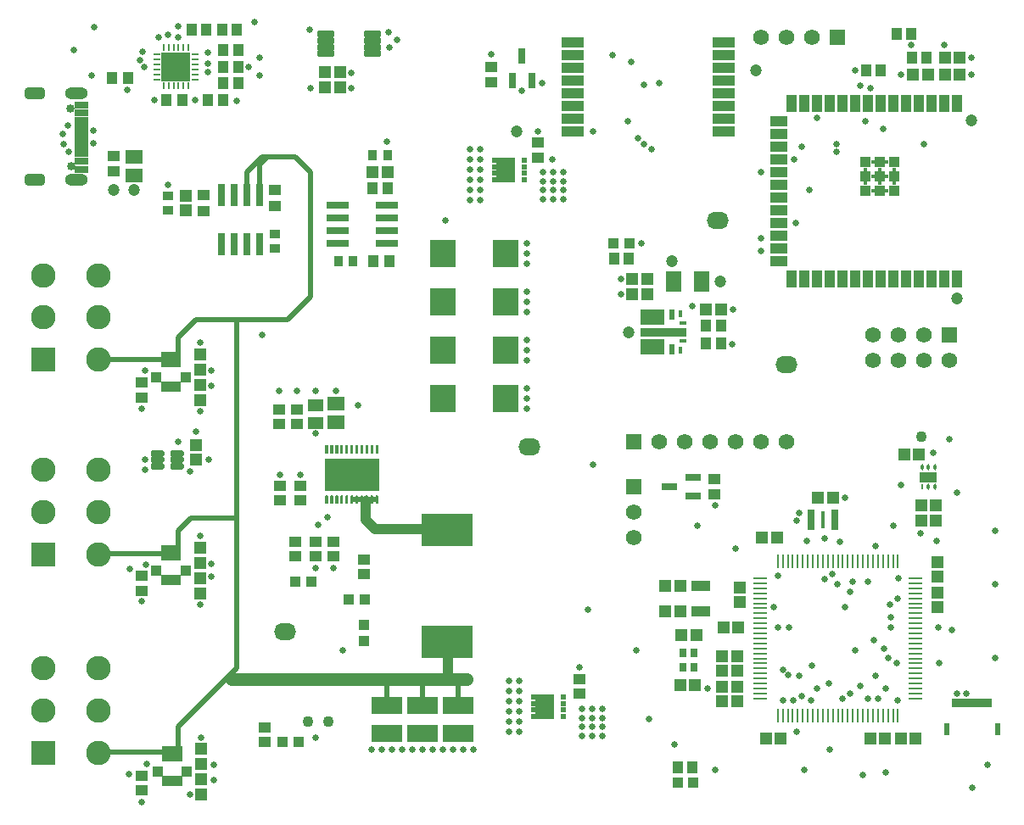
<source format=gbr>
%TF.GenerationSoftware,Altium Limited,Altium Designer,24.4.1 (13)*%
G04 Layer_Color=8388736*
%FSLAX45Y45*%
%MOMM*%
%TF.SameCoordinates,7BA59CB3-8EBC-4C6A-B4C6-80429C3BB8AE*%
%TF.FilePolarity,Negative*%
%TF.FileFunction,Soldermask,Top*%
%TF.Part,Single*%
G01*
G75*
%TA.AperFunction,SMDPad,CuDef*%
G04:AMPARAMS|DCode=16|XSize=0.60607mm|YSize=0.29247mm|CornerRadius=0.14624mm|HoleSize=0mm|Usage=FLASHONLY|Rotation=90.000|XOffset=0mm|YOffset=0mm|HoleType=Round|Shape=RoundedRectangle|*
%AMROUNDEDRECTD16*
21,1,0.60607,0.00000,0,0,90.0*
21,1,0.31360,0.29247,0,0,90.0*
1,1,0.29247,0.00000,0.15680*
1,1,0.29247,0.00000,-0.15680*
1,1,0.29247,0.00000,-0.15680*
1,1,0.29247,0.00000,0.15680*
%
%ADD16ROUNDEDRECTD16*%
%ADD17R,0.29247X0.60607*%
%ADD18R,1.70000X1.00000*%
%ADD21R,0.40000X0.80000*%
%ADD22R,2.35000X1.60000*%
%ADD23R,0.50000X1.10000*%
%ADD24R,4.60000X0.96000*%
%ADD25R,0.80000X0.40000*%
%ADD29R,2.85000X2.85000*%
%ADD30R,0.68107X0.23928*%
G04:AMPARAMS|DCode=31|XSize=0.68107mm|YSize=0.23928mm|CornerRadius=0.11964mm|HoleSize=0mm|Usage=FLASHONLY|Rotation=180.000|XOffset=0mm|YOffset=0mm|HoleType=Round|Shape=RoundedRectangle|*
%AMROUNDEDRECTD31*
21,1,0.68107,0.00000,0,0,180.0*
21,1,0.44178,0.23928,0,0,180.0*
1,1,0.23928,-0.22089,0.00000*
1,1,0.23928,0.22089,0.00000*
1,1,0.23928,0.22089,0.00000*
1,1,0.23928,-0.22089,0.00000*
%
%ADD31ROUNDEDRECTD31*%
G04:AMPARAMS|DCode=32|XSize=0.23928mm|YSize=0.68107mm|CornerRadius=0.11964mm|HoleSize=0mm|Usage=FLASHONLY|Rotation=180.000|XOffset=0mm|YOffset=0mm|HoleType=Round|Shape=RoundedRectangle|*
%AMROUNDEDRECTD32*
21,1,0.23928,0.44178,0,0,180.0*
21,1,0.00000,0.68107,0,0,180.0*
1,1,0.23928,0.00000,0.22089*
1,1,0.23928,0.00000,0.22089*
1,1,0.23928,0.00000,-0.22089*
1,1,0.23928,0.00000,-0.22089*
%
%ADD32ROUNDEDRECTD32*%
%ADD36R,0.63000X0.50000*%
%ADD37C,1.69552*%
%TA.AperFunction,BGAPad,CuDef*%
%ADD42C,0.25200*%
%TA.AperFunction,SMDPad,CuDef*%
%ADD43R,5.48000X3.24000*%
%ADD44R,1.46200X0.27940*%
%ADD45R,0.27940X1.46200*%
%ADD46R,1.90000X1.10000*%
%ADD48R,0.80000X0.90000*%
%TA.AperFunction,ComponentPad*%
%ADD85C,0.40000*%
%TA.AperFunction,ViaPad*%
%ADD92C,0.60000*%
%TA.AperFunction,NonConductor*%
%ADD104C,1.00000*%
%ADD105C,0.50000*%
%ADD106C,1.30000*%
%TA.AperFunction,SMDPad,CuDef*%
%ADD107R,1.35320X0.50320*%
%ADD108R,1.35320X0.80320*%
%TA.AperFunction,ConnectorPad*%
%ADD109R,1.10320X1.70320*%
%TA.AperFunction,SMDPad,CuDef*%
%ADD110R,0.50320X0.90320*%
%ADD111R,0.50320X1.20320*%
%ADD112R,1.00320X1.00320*%
%ADD113R,1.00320X1.20320*%
%ADD114R,1.20320X1.00320*%
%ADD115R,1.25320X1.20320*%
%ADD116R,2.50320X2.72320*%
%ADD117R,2.20320X1.00320*%
%ADD118R,0.40320X1.80320*%
%ADD119R,0.74320X0.55320*%
%TA.AperFunction,ConnectorPad*%
G04:AMPARAMS|DCode=120|XSize=0.6532mm|YSize=1.7532mm|CornerRadius=0.1511mm|HoleSize=0mm|Usage=FLASHONLY|Rotation=270.000|XOffset=0mm|YOffset=0mm|HoleType=Round|Shape=RoundedRectangle|*
%AMROUNDEDRECTD120*
21,1,0.65320,1.45100,0,0,270.0*
21,1,0.35100,1.75320,0,0,270.0*
1,1,0.30220,-0.72550,-0.17550*
1,1,0.30220,-0.72550,0.17550*
1,1,0.30220,0.72550,0.17550*
1,1,0.30220,0.72550,-0.17550*
%
%ADD120ROUNDEDRECTD120*%
%TA.AperFunction,SMDPad,CuDef*%
%ADD121R,1.09320X1.13320*%
%ADD122R,1.58320X1.30320*%
%ADD123R,1.65320X1.35320*%
%ADD124R,1.13320X1.09320*%
%ADD125R,1.20320X1.25320*%
%ADD126R,3.01320X1.65320*%
%ADD127R,5.20320X3.30320*%
%ADD128R,0.80320X1.55320*%
%ADD129R,1.55320X0.80320*%
%TA.AperFunction,ConnectorPad*%
%ADD130R,1.70320X1.10320*%
%TA.AperFunction,BGAPad,CuDef*%
%ADD131R,1.10320X1.10320*%
%TA.AperFunction,SMDPad,CuDef*%
%ADD132R,1.50320X2.00320*%
%ADD133R,0.85320X1.10320*%
%ADD134R,1.24320X1.22320*%
%ADD135R,1.12320X1.18320*%
%ADD136R,1.10320X0.85320*%
%ADD137R,1.18320X1.12320*%
%ADD138R,0.71120X2.18440*%
%ADD139R,1.22320X1.24320*%
%ADD140R,2.18440X0.71120*%
G04:AMPARAMS|DCode=141|XSize=1.3932mm|YSize=0.6032mm|CornerRadius=0.1516mm|HoleSize=0mm|Usage=FLASHONLY|Rotation=180.000|XOffset=0mm|YOffset=0mm|HoleType=Round|Shape=RoundedRectangle|*
%AMROUNDEDRECTD141*
21,1,1.39320,0.30000,0,0,180.0*
21,1,1.09000,0.60320,0,0,180.0*
1,1,0.30320,-0.54500,0.15000*
1,1,0.30320,0.54500,0.15000*
1,1,0.30320,0.54500,-0.15000*
1,1,0.30320,-0.54500,-0.15000*
%
%ADD141ROUNDEDRECTD141*%
%ADD142R,0.50320X1.05320*%
%ADD143R,1.05320X0.50320*%
%TA.AperFunction,Conductor*%
%ADD144R,1.00320X1.50320*%
%ADD145R,1.00320X1.50320*%
%TA.AperFunction,ComponentPad*%
%ADD146C,0.85320*%
%ADD147O,2.30320X1.20320*%
G04:AMPARAMS|DCode=148|XSize=2.0032mm|YSize=1.2032mm|CornerRadius=0.3516mm|HoleSize=0mm|Usage=FLASHONLY|Rotation=0.000|XOffset=0mm|YOffset=0mm|HoleType=Round|Shape=RoundedRectangle|*
%AMROUNDEDRECTD148*
21,1,2.00320,0.50000,0,0,0.0*
21,1,1.30000,1.20320,0,0,0.0*
1,1,0.70320,0.65000,-0.25000*
1,1,0.70320,-0.65000,-0.25000*
1,1,0.70320,-0.65000,0.25000*
1,1,0.70320,0.65000,0.25000*
%
%ADD148ROUNDEDRECTD148*%
%ADD149R,1.57320X1.57320*%
%ADD150C,1.57320*%
%TA.AperFunction,ViaPad*%
%ADD151O,2.20320X1.72720*%
%TA.AperFunction,ComponentPad*%
%ADD152R,1.57320X1.57320*%
%ADD153R,2.45240X2.45240*%
%ADD154C,2.45240*%
%TA.AperFunction,ViaPad*%
%ADD155C,0.65320*%
%ADD156C,1.20320*%
%ADD157C,1.10320*%
G36*
X5728530Y5996968D02*
X5732468Y5993030D01*
X5734600Y5987885D01*
Y5985100D01*
Y5914100D01*
X5706600D01*
Y5985100D01*
Y5987885D01*
X5708731Y5993030D01*
X5712670Y5996968D01*
X5717815Y5999100D01*
X5723385D01*
X5728530Y5996968D01*
D02*
G37*
G36*
X5778530D02*
X5782468Y5993030D01*
X5784600Y5987885D01*
Y5985100D01*
X5784600D01*
Y5914100D01*
X5756600D01*
Y5985100D01*
Y5987885D01*
X5758731Y5993030D01*
X5762669Y5996968D01*
X5767815Y5999100D01*
X5773384D01*
X5778530Y5996968D01*
D02*
G37*
G36*
X5828530D02*
X5832468Y5993030D01*
X5834600Y5987885D01*
Y5985100D01*
Y5914100D01*
X5806600D01*
Y5985100D01*
Y5987885D01*
X5808731Y5993030D01*
X5812670Y5996968D01*
X5817815Y5999100D01*
X5823385D01*
X5828530Y5996968D01*
D02*
G37*
G36*
X5878530D02*
X5882468Y5993030D01*
X5884600Y5987885D01*
Y5985100D01*
Y5914100D01*
X5856600D01*
Y5985100D01*
Y5987885D01*
X5858731Y5993030D01*
X5862670Y5996968D01*
X5867815Y5999100D01*
X5873384D01*
X5878530Y5996968D01*
D02*
G37*
G36*
X5928530D02*
X5932468Y5993030D01*
X5934600Y5987885D01*
Y5985100D01*
Y5914100D01*
X5906600D01*
X5906600Y5985100D01*
Y5987885D01*
X5908731Y5993030D01*
X5912670Y5996968D01*
X5917815Y5999100D01*
X5923385D01*
X5928530Y5996968D01*
D02*
G37*
G36*
X5978530D02*
X5982468Y5993030D01*
X5984600Y5987885D01*
Y5985100D01*
Y5914100D01*
X5956600D01*
Y5985100D01*
Y5987885D01*
X5958731Y5993030D01*
X5962670Y5996968D01*
X5967815Y5999100D01*
X5973385D01*
X5978530Y5996968D01*
D02*
G37*
G36*
X6228530D02*
X6232468Y5993030D01*
X6234600Y5987885D01*
Y5985100D01*
Y5914100D01*
X6206600D01*
Y5985100D01*
Y5987885D01*
X6208731Y5993030D01*
X6212670Y5996968D01*
X6217815Y5999100D01*
X6223385D01*
X6228530Y5996968D01*
D02*
G37*
G36*
X6178530D02*
X6182468Y5993030D01*
X6184600Y5987885D01*
Y5985100D01*
Y5914100D01*
X6156600D01*
X6156600Y5985100D01*
Y5987885D01*
X6158731Y5993030D01*
X6162670Y5996968D01*
X6167815Y5999100D01*
X6173385D01*
X6178530Y5996968D01*
D02*
G37*
G36*
X6128530D02*
X6132468Y5993030D01*
X6134600Y5987885D01*
Y5985100D01*
Y5914100D01*
X6106600D01*
Y5985100D01*
Y5987885D01*
X6108731Y5993030D01*
X6112670Y5996968D01*
X6117815Y5999100D01*
X6123385D01*
X6128530Y5996968D01*
D02*
G37*
G36*
X6078530D02*
X6082468Y5993030D01*
X6084600Y5987885D01*
Y5985100D01*
Y5914100D01*
X6056600D01*
Y5985100D01*
Y5987885D01*
X6058731Y5993030D01*
X6062670Y5996968D01*
X6067815Y5999100D01*
X6073385D01*
X6078530Y5996968D01*
D02*
G37*
G36*
X6028530D02*
X6032468Y5993030D01*
X6034600Y5987885D01*
Y5985100D01*
X6034600D01*
Y5914100D01*
X6006600D01*
Y5985100D01*
Y5987885D01*
X6008731Y5993030D01*
X6012669Y5996968D01*
X6017815Y5999100D01*
X6023384D01*
X6028530Y5996968D01*
D02*
G37*
G36*
X7991773Y3763347D02*
X7760773D01*
Y3813347D01*
X7801773D01*
Y3828347D01*
X7760773D01*
Y3878347D01*
X7801773D01*
Y3893347D01*
X7760773D01*
Y3943347D01*
X7801773D01*
Y3958347D01*
X7760773D01*
Y4008347D01*
X7991773D01*
Y3763347D01*
D02*
G37*
G36*
X7603153Y9122747D02*
X7372153D01*
Y9172747D01*
X7413153D01*
Y9187747D01*
X7372153D01*
Y9237747D01*
X7413153D01*
Y9252747D01*
X7372153D01*
Y9302747D01*
X7413153D01*
Y9317747D01*
X7372153D01*
Y9367747D01*
X7603153D01*
Y9122747D01*
D02*
G37*
G36*
X6234600Y6423100D02*
Y6420315D01*
X6232468Y6415170D01*
X6228530Y6411232D01*
X6223385Y6409100D01*
X6217815D01*
X6212670Y6411232D01*
X6208731Y6415170D01*
X6206600Y6420315D01*
Y6423100D01*
Y6494100D01*
X6234600D01*
Y6423100D01*
D02*
G37*
G36*
X6184600D02*
Y6420315D01*
X6182468Y6415170D01*
X6178530Y6411232D01*
X6173385Y6409100D01*
X6167815D01*
X6162670Y6411232D01*
X6158731Y6415170D01*
X6156600Y6420315D01*
Y6423100D01*
X6156600D01*
Y6494100D01*
X6184600D01*
Y6423100D01*
D02*
G37*
G36*
X6134600D02*
Y6420315D01*
X6132468Y6415170D01*
X6128530Y6411232D01*
X6123385Y6409100D01*
X6117815D01*
X6112670Y6411232D01*
X6108731Y6415170D01*
X6106600Y6420315D01*
Y6423100D01*
Y6494100D01*
X6134600D01*
Y6423100D01*
D02*
G37*
G36*
X6084600D02*
Y6420315D01*
X6082468Y6415170D01*
X6078530Y6411232D01*
X6073385Y6409100D01*
X6067815D01*
X6062670Y6411232D01*
X6058731Y6415170D01*
X6056600Y6420315D01*
Y6423100D01*
Y6494100D01*
X6084600D01*
Y6423100D01*
D02*
G37*
G36*
X6034600D02*
Y6420315D01*
X6032468Y6415170D01*
X6028530Y6411232D01*
X6023384Y6409100D01*
X6017815D01*
X6012669Y6411232D01*
X6008731Y6415170D01*
X6006600Y6420315D01*
Y6423100D01*
Y6494100D01*
X6034600D01*
X6034600Y6423100D01*
D02*
G37*
G36*
X5984600D02*
Y6420315D01*
X5982468Y6415170D01*
X5978530Y6411232D01*
X5973385Y6409100D01*
X5967815D01*
X5962670Y6411232D01*
X5958731Y6415170D01*
X5956600Y6420315D01*
Y6423100D01*
Y6494100D01*
X5984600D01*
Y6423100D01*
D02*
G37*
G36*
X5934600D02*
Y6420315D01*
X5932468Y6415170D01*
X5928530Y6411232D01*
X5923385Y6409100D01*
X5917815D01*
X5912670Y6411232D01*
X5908731Y6415170D01*
X5906600Y6420315D01*
Y6423100D01*
X5906600D01*
Y6494100D01*
X5934600D01*
Y6423100D01*
D02*
G37*
G36*
X5884600D02*
Y6420315D01*
X5882468Y6415170D01*
X5878530Y6411232D01*
X5873384Y6409100D01*
X5867815D01*
X5862670Y6411232D01*
X5858731Y6415170D01*
X5856600Y6420315D01*
Y6423100D01*
Y6494100D01*
X5884600D01*
Y6423100D01*
D02*
G37*
G36*
X5834600D02*
Y6420315D01*
X5832468Y6415170D01*
X5828530Y6411232D01*
X5823385Y6409100D01*
X5817815D01*
X5812670Y6411232D01*
X5808731Y6415170D01*
X5806600Y6420315D01*
Y6423100D01*
Y6494100D01*
X5834600D01*
Y6423100D01*
D02*
G37*
G36*
X5784600D02*
Y6420315D01*
X5782468Y6415170D01*
X5778530Y6411232D01*
X5773384Y6409100D01*
X5767815D01*
X5762669Y6411232D01*
X5758731Y6415170D01*
X5756600Y6420315D01*
Y6423100D01*
Y6494100D01*
X5784600D01*
X5784600Y6423100D01*
D02*
G37*
G36*
X5734600D02*
Y6420315D01*
X5732468Y6415170D01*
X5728530Y6411232D01*
X5723385Y6409100D01*
X5717815D01*
X5712670Y6411232D01*
X5708731Y6415170D01*
X5706600Y6420315D01*
Y6423100D01*
Y6494100D01*
X5734600D01*
Y6423100D01*
D02*
G37*
D16*
X11660692Y6274103D02*
D03*
X11725692D02*
D03*
X11790692D02*
D03*
Y6083497D02*
D03*
X11725692D02*
D03*
D17*
X11660692D02*
D03*
D18*
X11725692Y6178800D02*
D03*
D21*
X9254400Y7812800D02*
D03*
Y7442800D02*
D03*
D22*
X8971900Y7772800D02*
D03*
Y7482800D02*
D03*
D23*
X9169400Y7457800D02*
D03*
Y7797800D02*
D03*
D24*
X9084400Y7627800D02*
D03*
D25*
X9274400Y7542800D02*
D03*
Y7712800D02*
D03*
D29*
X4216800Y10275353D02*
D03*
D30*
X4408353Y10150353D02*
D03*
D31*
Y10200353D02*
D03*
Y10250353D02*
D03*
Y10300353D02*
D03*
Y10350353D02*
D03*
Y10400353D02*
D03*
X4025247D02*
D03*
Y10350353D02*
D03*
Y10300353D02*
D03*
Y10250353D02*
D03*
Y10200353D02*
D03*
Y10150353D02*
D03*
D32*
X4341800Y10466906D02*
D03*
X4291800D02*
D03*
X4241800D02*
D03*
X4191800D02*
D03*
X4141800D02*
D03*
X4091800D02*
D03*
Y10083800D02*
D03*
X4141800D02*
D03*
X4191800D02*
D03*
X4241800D02*
D03*
X4291800D02*
D03*
X4341800D02*
D03*
D36*
X8079273Y3788347D02*
D03*
Y3853347D02*
D03*
Y3918347D02*
D03*
Y3983347D02*
D03*
X7690653Y9147747D02*
D03*
Y9212747D02*
D03*
Y9277747D02*
D03*
Y9342747D02*
D03*
D37*
X7894320Y3860800D02*
D03*
X7505700Y9220200D02*
D03*
D42*
X5720600Y5956600D02*
D03*
X5770600D02*
D03*
X5820600D02*
D03*
X5870600D02*
D03*
X5920600D02*
D03*
X5970600Y5928100D02*
D03*
X6020600D02*
D03*
X6070600Y5956600D02*
D03*
X6120600Y5928100D02*
D03*
X6170600Y5956600D02*
D03*
X6220600Y5928100D02*
D03*
Y6451600D02*
D03*
X6170600D02*
D03*
X6120600D02*
D03*
X6070600D02*
D03*
X6020600D02*
D03*
X5970600Y6479100D02*
D03*
X5920600D02*
D03*
X5870600Y6451600D02*
D03*
X5820600Y6479100D02*
D03*
X5770600Y6451600D02*
D03*
X5720600Y6479100D02*
D03*
D43*
X5970600Y6204100D02*
D03*
D44*
X10049292Y5168000D02*
D03*
Y5118000D02*
D03*
Y5068000D02*
D03*
Y5018000D02*
D03*
Y4968000D02*
D03*
Y4918000D02*
D03*
Y4868000D02*
D03*
Y4818000D02*
D03*
Y4768000D02*
D03*
Y4718000D02*
D03*
Y4668000D02*
D03*
Y4618000D02*
D03*
Y4568000D02*
D03*
Y4518000D02*
D03*
Y4468000D02*
D03*
Y4418000D02*
D03*
Y4368000D02*
D03*
Y4318000D02*
D03*
Y4268000D02*
D03*
Y4218000D02*
D03*
Y4168000D02*
D03*
Y4118000D02*
D03*
Y4068000D02*
D03*
Y4018000D02*
D03*
Y3968000D02*
D03*
X11593612D02*
D03*
Y4018000D02*
D03*
Y4068000D02*
D03*
Y4118000D02*
D03*
Y4168000D02*
D03*
Y4218000D02*
D03*
Y4268000D02*
D03*
Y4318000D02*
D03*
Y4368000D02*
D03*
Y4418000D02*
D03*
Y4468000D02*
D03*
Y4518000D02*
D03*
Y4568000D02*
D03*
Y4618000D02*
D03*
Y4668000D02*
D03*
Y4718000D02*
D03*
Y4768000D02*
D03*
Y4818000D02*
D03*
Y4868000D02*
D03*
Y4918000D02*
D03*
Y4968000D02*
D03*
Y5018000D02*
D03*
Y5068000D02*
D03*
Y5118000D02*
D03*
Y5168000D02*
D03*
D45*
X10221452Y3795840D02*
D03*
X10271452D02*
D03*
X10321452D02*
D03*
X10371452D02*
D03*
X10421452D02*
D03*
X10471452D02*
D03*
X10521452D02*
D03*
X10571452D02*
D03*
X10621452D02*
D03*
X10671452D02*
D03*
X10721452D02*
D03*
X10771452D02*
D03*
X10821452D02*
D03*
X10871452D02*
D03*
X10921452D02*
D03*
X10971452D02*
D03*
X11021452D02*
D03*
X11071452D02*
D03*
X11121452D02*
D03*
X11171452D02*
D03*
X11221452D02*
D03*
X11271452D02*
D03*
X11321452D02*
D03*
X11371452D02*
D03*
X11421452D02*
D03*
Y5340160D02*
D03*
X11371452D02*
D03*
X11321452D02*
D03*
X11271452D02*
D03*
X11221452D02*
D03*
X11171452D02*
D03*
X11121452D02*
D03*
X11071452D02*
D03*
X11021452D02*
D03*
X10971452D02*
D03*
X10921452D02*
D03*
X10871452D02*
D03*
X10821452D02*
D03*
X10771452D02*
D03*
X10721452D02*
D03*
X10671452D02*
D03*
X10621452D02*
D03*
X10571452D02*
D03*
X10521452D02*
D03*
X10471452D02*
D03*
X10421452D02*
D03*
X10371452D02*
D03*
X10321452D02*
D03*
X10271452D02*
D03*
X10221452D02*
D03*
D46*
X9452392Y4840700D02*
D03*
Y5090700D02*
D03*
D48*
X9388892Y4419600D02*
D03*
Y4279600D02*
D03*
X9278892D02*
D03*
Y4419600D02*
D03*
D85*
X11309800Y9321800D02*
D03*
X11099800Y9111800D02*
D03*
Y9251800D02*
D03*
X11239800Y9111800D02*
D03*
Y9251800D02*
D03*
X11379800Y9111800D02*
D03*
Y9251800D02*
D03*
X11169800Y9041800D02*
D03*
Y9181800D02*
D03*
Y9321800D02*
D03*
X11309800Y9041800D02*
D03*
Y9181800D02*
D03*
D92*
X5745600Y6129100D02*
D03*
X5820600D02*
D03*
X5895600D02*
D03*
X5970600D02*
D03*
X6045600D02*
D03*
X6120600D02*
D03*
X6195600D02*
D03*
X5745600Y6279100D02*
D03*
X5820600D02*
D03*
X5895600D02*
D03*
X5970600D02*
D03*
X6045600D02*
D03*
X6120600D02*
D03*
X6195600D02*
D03*
X5745600Y6204100D02*
D03*
X5820600D02*
D03*
X5895600D02*
D03*
X5970600D02*
D03*
X6045600D02*
D03*
X6120600D02*
D03*
X6195600D02*
D03*
D104*
X6934200Y4140200D02*
Y4495800D01*
X6106160Y5938520D02*
X6111240Y5933440D01*
Y5753100D02*
Y5933440D01*
Y5753100D02*
X6205220Y5659120D01*
X6774180D01*
D105*
X7035800Y3911600D02*
Y4140200D01*
X6680200Y3911600D02*
Y4140200D01*
X6324600Y3886200D02*
Y4140200D01*
X6106160Y5938520D02*
Y5953760D01*
X6210300D01*
X5991860D02*
X6106160D01*
X4721860Y4157980D02*
X4767580D01*
X5080000Y9372600D02*
X5130800D01*
X4927600Y9220200D02*
X5080000Y9372600D01*
X4927600Y9042400D02*
Y9220200D01*
X5054600Y9067800D02*
Y9296400D01*
X5130800Y9372600D01*
X5410200D01*
X5562600Y9220200D01*
Y7975600D02*
Y9220200D01*
X5334000Y7747000D02*
X5562600Y7975600D01*
X4826000Y7747000D02*
X5334000D01*
X3445600Y7352400D02*
X4075800D01*
X4241800Y7391400D02*
Y7569200D01*
X4419600Y7747000D01*
X4445000D01*
X4826000D01*
X3447400Y5410200D02*
X4089400D01*
X4241800Y5461000D02*
Y5638800D01*
X4368800Y5765800D01*
X4394200D01*
X4826000D01*
X4826000Y7747000D02*
X4826000Y4267200D01*
X4241800Y3683000D02*
X4826000Y4267200D01*
X4241800Y3429000D02*
Y3683000D01*
X3447400Y3429000D02*
X4114800D01*
D106*
X4767580Y4157980D02*
X7117080D01*
D107*
X3268980Y9748220D02*
D03*
Y9698220D02*
D03*
Y9648220D02*
D03*
Y9398220D02*
D03*
Y9448220D02*
D03*
Y9498220D02*
D03*
Y9598220D02*
D03*
Y9548220D02*
D03*
D108*
Y9333220D02*
D03*
Y9813220D02*
D03*
Y9253220D02*
D03*
Y9893220D02*
D03*
D109*
X10360800Y9906800D02*
D03*
X10487800D02*
D03*
X12011800Y8156800D02*
D03*
X11884800D02*
D03*
X11757800D02*
D03*
X11630800D02*
D03*
X11503800D02*
D03*
X11376800D02*
D03*
X11249800D02*
D03*
X11122800D02*
D03*
X10995800D02*
D03*
X10868800D02*
D03*
X10741800D02*
D03*
X10614800D02*
D03*
X10487800D02*
D03*
X10360800D02*
D03*
X10614800Y9906800D02*
D03*
X10741800D02*
D03*
X10868800D02*
D03*
X10995800D02*
D03*
X11122800D02*
D03*
X11249800D02*
D03*
X11376800D02*
D03*
X11503800D02*
D03*
X11630800D02*
D03*
X11757800D02*
D03*
X11884800D02*
D03*
X12011800D02*
D03*
D110*
X12184380Y3924300D02*
D03*
X12134380D02*
D03*
X12084380D02*
D03*
X12034380D02*
D03*
X11984380D02*
D03*
X12234380D02*
D03*
X12284380D02*
D03*
X12334380D02*
D03*
D111*
X11905380Y3659300D02*
D03*
X12413380D02*
D03*
D112*
X9381480Y3124200D02*
D03*
X9221480D02*
D03*
X8741400Y8509000D02*
D03*
X8581400D02*
D03*
X5439400Y3530600D02*
D03*
X5279400D02*
D03*
D113*
X9371400Y3276600D02*
D03*
X9221400D02*
D03*
X8736400Y8356600D02*
D03*
X8586400D02*
D03*
X11708200Y10363200D02*
D03*
X11558200D02*
D03*
X11405800Y10604500D02*
D03*
X11555800D02*
D03*
X11251000Y10236200D02*
D03*
X11101000D02*
D03*
X9506600Y7688400D02*
D03*
X9656600D02*
D03*
X9656600Y7510600D02*
D03*
X9506600D02*
D03*
X4837500Y10439400D02*
D03*
X4687500D02*
D03*
X4687500Y10274300D02*
D03*
X4837500D02*
D03*
X4520000Y10642600D02*
D03*
X4370000D02*
D03*
X4824800D02*
D03*
X4674800D02*
D03*
D114*
X5105400Y3681800D02*
D03*
Y3531800D02*
D03*
X8242300Y4014400D02*
D03*
Y4164400D02*
D03*
X5791200Y5386000D02*
D03*
Y5536000D02*
D03*
X5613400Y5536000D02*
D03*
Y5386000D02*
D03*
X5410200Y5536000D02*
D03*
Y5386000D02*
D03*
X5257800Y6094800D02*
D03*
Y5944800D02*
D03*
X5461000Y5943600D02*
D03*
Y6093600D02*
D03*
X5245100Y6856800D02*
D03*
Y6706800D02*
D03*
X5422900Y6856800D02*
D03*
Y6706800D02*
D03*
X6096000Y5358200D02*
D03*
Y5208200D02*
D03*
X7831753Y9370907D02*
D03*
Y9520907D02*
D03*
X7366000Y10123100D02*
D03*
Y10273100D02*
D03*
X9588500Y6158300D02*
D03*
Y6008300D02*
D03*
X3873500Y3199200D02*
D03*
Y3049200D02*
D03*
Y5193100D02*
D03*
Y5043100D02*
D03*
Y7123500D02*
D03*
Y6973500D02*
D03*
D115*
X11800692Y5747000D02*
D03*
X11650692D02*
D03*
X11800692Y5899400D02*
D03*
X11650692D02*
D03*
X10621992Y5969000D02*
D03*
X10771992D02*
D03*
X9249192Y5092700D02*
D03*
X9099192D02*
D03*
X9247992Y4838700D02*
D03*
X9097992D02*
D03*
X10213192Y5575300D02*
D03*
X10063192D02*
D03*
X11632000Y6405880D02*
D03*
X11482000D02*
D03*
X9828600Y4673600D02*
D03*
X9678600D02*
D03*
X9259500Y4597400D02*
D03*
X9409500D02*
D03*
X9396800Y4102100D02*
D03*
X9246800D02*
D03*
X10251292Y3568700D02*
D03*
X10101292D02*
D03*
X11292692D02*
D03*
X11142692D02*
D03*
X11447492D02*
D03*
X11597492D02*
D03*
X5703500Y10071100D02*
D03*
X5853500D02*
D03*
X5703500Y10223500D02*
D03*
X5853500D02*
D03*
X11719700Y10198100D02*
D03*
X11569700D02*
D03*
X11888400D02*
D03*
X12038400D02*
D03*
X11888400Y10363200D02*
D03*
X12038400D02*
D03*
X8920000Y8158300D02*
D03*
X8770000D02*
D03*
X8921200Y8005900D02*
D03*
X8771200D02*
D03*
X9657800Y7853500D02*
D03*
X9507800D02*
D03*
D116*
X7504280Y7442200D02*
D03*
X6882280D02*
D03*
X7505400Y8407400D02*
D03*
X6883400D02*
D03*
X6882280Y6959600D02*
D03*
X7504280D02*
D03*
X6883400Y7924800D02*
D03*
X7505400D02*
D03*
D117*
X9678800Y10261600D02*
D03*
Y10134600D02*
D03*
Y10007600D02*
D03*
Y9880600D02*
D03*
Y9753600D02*
D03*
Y9626600D02*
D03*
X8178800D02*
D03*
Y9753600D02*
D03*
Y9880600D02*
D03*
Y10007600D02*
D03*
Y10134600D02*
D03*
Y10261600D02*
D03*
Y10388600D02*
D03*
Y10515600D02*
D03*
X9678800Y10388600D02*
D03*
Y10515600D02*
D03*
D118*
X10671592Y5753100D02*
D03*
D119*
X10790092Y5828100D02*
D03*
Y5778100D02*
D03*
Y5728100D02*
D03*
Y5678100D02*
D03*
X10553092D02*
D03*
Y5728100D02*
D03*
Y5778100D02*
D03*
Y5828100D02*
D03*
D120*
X5711100Y10600400D02*
D03*
Y10535400D02*
D03*
Y10470400D02*
D03*
Y10405400D02*
D03*
X6176100Y10600400D02*
D03*
Y10535400D02*
D03*
Y10470400D02*
D03*
Y10405400D02*
D03*
D121*
X5409400Y5130800D02*
D03*
X5563400D02*
D03*
X5942800Y4953000D02*
D03*
X6096800D02*
D03*
D122*
X5613400Y6720900D02*
D03*
Y6893500D02*
D03*
D123*
X5816600Y6729900D02*
D03*
Y6909900D02*
D03*
X3797300Y9193700D02*
D03*
Y9373700D02*
D03*
D124*
X6096000Y4699800D02*
D03*
Y4545800D02*
D03*
D125*
X9846092Y4928800D02*
D03*
Y5078800D02*
D03*
X11814592Y5182800D02*
D03*
Y5332800D02*
D03*
Y5028000D02*
D03*
Y4878000D02*
D03*
X9668292Y4243000D02*
D03*
Y4393000D02*
D03*
Y4088200D02*
D03*
Y3938200D02*
D03*
X9820692Y4243000D02*
D03*
Y4393000D02*
D03*
Y4088200D02*
D03*
Y3938200D02*
D03*
X4419600Y6351200D02*
D03*
Y6501200D02*
D03*
X4470400Y3465900D02*
D03*
Y3315900D02*
D03*
Y3161100D02*
D03*
Y3011100D02*
D03*
X4457700Y5167700D02*
D03*
Y5017700D02*
D03*
Y5472500D02*
D03*
Y5322500D02*
D03*
Y7098100D02*
D03*
Y6948100D02*
D03*
Y7402900D02*
D03*
Y7252900D02*
D03*
D126*
X6319520Y3902200D02*
D03*
Y3616200D02*
D03*
X6675120Y3902200D02*
D03*
Y3616200D02*
D03*
X7030720Y3902200D02*
D03*
Y3616200D02*
D03*
D127*
X6921500Y5647700D02*
D03*
Y4537700D02*
D03*
D128*
X7575800Y10141600D02*
D03*
X7765800D02*
D03*
X7670800Y10381600D02*
D03*
D129*
X9138300Y6083300D02*
D03*
X9378300Y6178300D02*
D03*
Y5988300D02*
D03*
D130*
X10235800Y8333300D02*
D03*
Y8460300D02*
D03*
Y8587300D02*
D03*
Y8714300D02*
D03*
Y8841300D02*
D03*
Y8968300D02*
D03*
Y9095300D02*
D03*
Y9222300D02*
D03*
Y9349300D02*
D03*
Y9476300D02*
D03*
Y9603300D02*
D03*
Y9730300D02*
D03*
D131*
X11379800Y9041800D02*
D03*
Y9181800D02*
D03*
Y9321800D02*
D03*
X11099800Y9041800D02*
D03*
Y9181800D02*
D03*
Y9321800D02*
D03*
X11239800Y9041800D02*
D03*
Y9321800D02*
D03*
Y9181800D02*
D03*
D132*
X9461800Y8128000D02*
D03*
X9181800D02*
D03*
D133*
X6180980Y9392920D02*
D03*
X6325980D02*
D03*
X5983080Y8338820D02*
D03*
X5838080D02*
D03*
D134*
X6326980Y9227820D02*
D03*
X6179980D02*
D03*
D135*
X6330980Y9062720D02*
D03*
X6175980D02*
D03*
X6343680Y8338820D02*
D03*
X6188680D02*
D03*
X3735100Y10160000D02*
D03*
X3580100D02*
D03*
X4685000Y10109200D02*
D03*
X4840000D02*
D03*
X4278660Y9941560D02*
D03*
X4123660D02*
D03*
X4532600Y9944100D02*
D03*
X4687600D02*
D03*
D136*
X4140200Y8842900D02*
D03*
Y8987900D02*
D03*
X5207000Y8606900D02*
D03*
Y8461900D02*
D03*
D137*
Y9043700D02*
D03*
Y8888700D02*
D03*
X4495800Y8991600D02*
D03*
Y8836600D02*
D03*
X3594100Y9386600D02*
D03*
Y9231600D02*
D03*
D138*
X4673600Y8996680D02*
D03*
X4800600D02*
D03*
X4927600D02*
D03*
X5054600D02*
D03*
Y8503920D02*
D03*
X4927600D02*
D03*
X4800600D02*
D03*
X4673600D02*
D03*
D139*
X4318000Y8988900D02*
D03*
Y8841900D02*
D03*
D140*
X5829300Y8897620D02*
D03*
Y8770620D02*
D03*
Y8643620D02*
D03*
Y8516620D02*
D03*
X6322060D02*
D03*
Y8643620D02*
D03*
Y8770620D02*
D03*
Y8897620D02*
D03*
D141*
X4230600Y6415000D02*
D03*
Y6350000D02*
D03*
Y6285000D02*
D03*
X4038600D02*
D03*
Y6350000D02*
D03*
Y6415000D02*
D03*
D142*
X4103300Y3141800D02*
D03*
X4153300D02*
D03*
X4203300D02*
D03*
X4253300D02*
D03*
X4090600Y5148400D02*
D03*
X4140600D02*
D03*
X4190600D02*
D03*
X4240600D02*
D03*
X4090600Y7078800D02*
D03*
X4140600D02*
D03*
X4190600D02*
D03*
X4240600D02*
D03*
D143*
X4323300Y3211800D02*
D03*
Y3261800D02*
D03*
X4033300Y3211800D02*
D03*
Y3261800D02*
D03*
X4310600Y5218400D02*
D03*
Y5268400D02*
D03*
X4020600Y5218400D02*
D03*
Y5268400D02*
D03*
X4310600Y7148800D02*
D03*
Y7198800D02*
D03*
X4020600Y7148800D02*
D03*
Y7198800D02*
D03*
D144*
X4128300Y3411800D02*
D03*
X4115600Y5418400D02*
D03*
Y7348800D02*
D03*
D145*
X4228300Y3411800D02*
D03*
X4215600Y5418400D02*
D03*
Y7348800D02*
D03*
D146*
X3161480Y9862220D02*
D03*
X3174700Y9286800D02*
D03*
D147*
X3224700Y9143800D02*
D03*
Y10007800D02*
D03*
D148*
X2806700Y9143800D02*
D03*
Y10007800D02*
D03*
D149*
X8788400Y6527800D02*
D03*
X10820400Y10566400D02*
D03*
X11938000Y7594600D02*
D03*
D150*
X9042400Y6527800D02*
D03*
X9296400D02*
D03*
X9550400D02*
D03*
X9804400D02*
D03*
X10058400D02*
D03*
X10312400D02*
D03*
X8788400Y5829300D02*
D03*
Y5575300D02*
D03*
X10566400Y10566400D02*
D03*
X10312400D02*
D03*
X10058400D02*
D03*
X11938000Y7340600D02*
D03*
X11684000Y7594600D02*
D03*
Y7340600D02*
D03*
X11430000Y7594600D02*
D03*
Y7340600D02*
D03*
X11176000Y7594600D02*
D03*
Y7340600D02*
D03*
D151*
X9626600Y8737600D02*
D03*
X10312400Y7302500D02*
D03*
X5308600Y4635500D02*
D03*
X7747000Y6477000D02*
D03*
D152*
X8788400Y6083300D02*
D03*
D153*
X2895600Y7352400D02*
D03*
Y5408400D02*
D03*
Y3427200D02*
D03*
D154*
Y7772400D02*
D03*
Y8192400D02*
D03*
X3445600Y7352400D02*
D03*
Y7772400D02*
D03*
Y8192400D02*
D03*
X2895600Y5828400D02*
D03*
Y6248400D02*
D03*
X3445600Y5408400D02*
D03*
Y5828400D02*
D03*
Y6248400D02*
D03*
X2895600Y3847200D02*
D03*
Y4267200D02*
D03*
X3445600Y3427200D02*
D03*
Y3847200D02*
D03*
Y4267200D02*
D03*
D155*
X12014200Y4013200D02*
D03*
X12103100D02*
D03*
X10563284Y4295716D02*
D03*
X11807884Y5540316D02*
D03*
X11430000Y5168900D02*
D03*
X11341100Y4902200D02*
D03*
X11417300Y4965700D02*
D03*
X10414000Y5740400D02*
D03*
X10515600Y5537200D02*
D03*
X10807700Y9499600D02*
D03*
Y9429200D02*
D03*
X3086100Y9601200D02*
D03*
X3098800Y9499600D02*
D03*
X10388600Y9347200D02*
D03*
X10464800Y9474200D02*
D03*
X10617200Y9765716D02*
D03*
X3390900Y9512300D02*
D03*
Y9639300D02*
D03*
X7721600Y7442200D02*
D03*
Y7543800D02*
D03*
Y7340600D02*
D03*
Y7924800D02*
D03*
Y8026400D02*
D03*
Y8407400D02*
D03*
Y7823200D02*
D03*
Y8305800D02*
D03*
Y8509000D02*
D03*
X3136900Y9690100D02*
D03*
X3149600Y9423400D02*
D03*
X8864600Y8509000D02*
D03*
X5608320Y3573780D02*
D03*
X9601200Y3251200D02*
D03*
X9194800Y3505200D02*
D03*
X7188200Y3454400D02*
D03*
X6883400D02*
D03*
X6781800D02*
D03*
X6578600D02*
D03*
X6273800D02*
D03*
X6985000D02*
D03*
X6375400D02*
D03*
X7086600D02*
D03*
X6680200D02*
D03*
X6477000D02*
D03*
X6172200D02*
D03*
X9387840Y4424680D02*
D03*
X9779000Y7848600D02*
D03*
X11455400Y10198100D02*
D03*
X11938000Y6553200D02*
D03*
X4165600Y10185400D02*
D03*
X4292600Y10363200D02*
D03*
X4140200D02*
D03*
X4216400Y10287000D02*
D03*
X4003040Y9941560D02*
D03*
X5054600Y10185400D02*
D03*
X4826000Y9931400D02*
D03*
X5054600Y10363200D02*
D03*
X5003800Y10718800D02*
D03*
X3403600Y10668000D02*
D03*
X3200400Y10439400D02*
D03*
X3378200Y10185400D02*
D03*
X10820400Y5105400D02*
D03*
X10972800Y5130800D02*
D03*
X9525000Y4064000D02*
D03*
X11201400Y4191000D02*
D03*
X11303000Y4064000D02*
D03*
X10998200Y4445000D02*
D03*
X10896600Y4876800D02*
D03*
X10337800Y4673600D02*
D03*
X9804400Y5461000D02*
D03*
X9423400Y5689600D02*
D03*
X11455400Y6096000D02*
D03*
X12014200Y6019800D02*
D03*
X11303000Y3225800D02*
D03*
X12395200Y5638800D02*
D03*
Y5105400D02*
D03*
Y4368800D02*
D03*
X12319000Y3302000D02*
D03*
X12166600Y3073400D02*
D03*
X10744200Y3454400D02*
D03*
X11074400Y3200400D02*
D03*
X10490200Y3251200D02*
D03*
X8813800Y4445000D02*
D03*
X8940800Y3759200D02*
D03*
X8331200Y4851400D02*
D03*
X8382000Y6299200D02*
D03*
X11836400Y4318000D02*
D03*
X10998200Y10236200D02*
D03*
X8763000Y10325100D02*
D03*
X8572500Y10388600D02*
D03*
X12153900Y10198100D02*
D03*
Y10363200D02*
D03*
X9372600Y7886700D02*
D03*
X9766300Y7505700D02*
D03*
X8661400Y8001000D02*
D03*
Y8153400D02*
D03*
X11887200Y10490200D02*
D03*
X11557000D02*
D03*
X7670800Y10033000D02*
D03*
X11049000Y10083800D02*
D03*
X11150600Y10058400D02*
D03*
X10693400Y5562600D02*
D03*
X10414000Y3632200D02*
D03*
X10185400Y4876800D02*
D03*
X10439400Y5816600D02*
D03*
X7721600Y6858000D02*
D03*
X11277600Y9652000D02*
D03*
X11099800Y9728200D02*
D03*
X11684000Y9499600D02*
D03*
X10439400Y4191000D02*
D03*
X11201400Y5486400D02*
D03*
X10541000Y9042400D02*
D03*
X10947400Y5029200D02*
D03*
X11125200Y5130800D02*
D03*
X10693400Y5156200D02*
D03*
X10769600Y5207000D02*
D03*
X9601200Y5892800D02*
D03*
X10378440Y3952240D02*
D03*
X10058400Y9220200D02*
D03*
X7975600Y9347200D02*
D03*
X11645900Y5613400D02*
D03*
X11770360Y6418580D02*
D03*
X11177123Y4546600D02*
D03*
X11379200Y5689600D02*
D03*
X9042400Y10109200D02*
D03*
X8966200Y9448800D02*
D03*
X11226800Y3962400D02*
D03*
X11823700Y4673600D02*
D03*
X11963400Y4648200D02*
D03*
X11353800Y4673600D02*
D03*
Y4775200D02*
D03*
X10058400Y8559800D02*
D03*
Y8432800D02*
D03*
X3911600Y6350000D02*
D03*
Y6248400D02*
D03*
X8724900Y9728200D02*
D03*
X5080000Y7594600D02*
D03*
X4356100Y6235700D02*
D03*
X8890000Y10096500D02*
D03*
X8826500Y9563100D02*
D03*
X8890000Y9499600D02*
D03*
X8382000Y9626600D02*
D03*
X6032500Y6896100D02*
D03*
X7874000Y10109200D02*
D03*
X7366000Y10401300D02*
D03*
X7831753Y9626247D02*
D03*
X7880013Y9130947D02*
D03*
X8083213Y9219847D02*
D03*
X7981613D02*
D03*
X7880013D02*
D03*
X7981613Y9130947D02*
D03*
X8083213D02*
D03*
Y9042047D02*
D03*
X7981613D02*
D03*
X7880013D02*
D03*
Y8953147D02*
D03*
X7981613D02*
D03*
X8083213D02*
D03*
X8470900Y3594100D02*
D03*
X8369300D02*
D03*
X8267700D02*
D03*
Y3683000D02*
D03*
X8369300D02*
D03*
X8470900D02*
D03*
Y3771900D02*
D03*
X8369300D02*
D03*
X8267700Y3860800D02*
D03*
X8369300D02*
D03*
X8470900D02*
D03*
X8267700Y3771900D02*
D03*
X8242300Y4279900D02*
D03*
X7255173Y9245247D02*
D03*
Y9143647D02*
D03*
Y9042047D02*
D03*
Y8940447D02*
D03*
X7153573D02*
D03*
Y9042047D02*
D03*
Y9143647D02*
D03*
Y9245247D02*
D03*
Y9346847D02*
D03*
X7255173D02*
D03*
Y9448447D02*
D03*
X7153573D02*
D03*
X7721600Y7061200D02*
D03*
Y6959600D02*
D03*
X5422900Y7035800D02*
D03*
X5245100D02*
D03*
X5816600D02*
D03*
X5613400D02*
D03*
X7538720Y4140200D02*
D03*
X7640320D02*
D03*
Y4038600D02*
D03*
X7538720D02*
D03*
Y3937000D02*
D03*
Y3835400D02*
D03*
Y3733800D02*
D03*
Y3632200D02*
D03*
X7640320D02*
D03*
Y3733800D02*
D03*
Y3835400D02*
D03*
Y3937000D02*
D03*
X5880100Y4445000D02*
D03*
X5461000Y6197600D02*
D03*
X5257800D02*
D03*
X10401300Y8712200D02*
D03*
X5549900Y10642600D02*
D03*
X3733800Y10045700D02*
D03*
X4241800Y10680700D02*
D03*
X4940300Y10274300D02*
D03*
X4406900Y9944100D02*
D03*
X4538404Y10226616D02*
D03*
X4533900Y10421620D02*
D03*
X6908800Y8737600D02*
D03*
X6324600Y9525000D02*
D03*
X6337300Y10619300D02*
D03*
X6426200Y10541000D02*
D03*
X6350000Y10464800D02*
D03*
X5969000Y10210800D02*
D03*
Y10058400D02*
D03*
X5562600D02*
D03*
X4419600Y6629400D02*
D03*
X4235429Y6530446D02*
D03*
X4546600Y6350000D02*
D03*
X3873500Y2933700D02*
D03*
X4572000Y7086600D02*
D03*
Y7239000D02*
D03*
Y5181600D02*
D03*
Y5308600D02*
D03*
X4597400Y3302000D02*
D03*
Y3149600D02*
D03*
X3759200Y5257800D02*
D03*
X3746500Y3213100D02*
D03*
X10223500Y5194300D02*
D03*
X10871200Y3962400D02*
D03*
X10947400Y4013200D02*
D03*
X11049000Y4089400D02*
D03*
X11125200Y3962400D02*
D03*
X10553700Y3949700D02*
D03*
X10617200Y4064000D02*
D03*
X10728960Y4122420D02*
D03*
X10274300Y3949700D02*
D03*
X10462260Y3995420D02*
D03*
X4467860Y3573780D02*
D03*
X11409680Y4320540D02*
D03*
X11325860Y4373880D02*
D03*
X11285220Y4462780D02*
D03*
X3924300Y3314700D02*
D03*
X10840720Y5532120D02*
D03*
X10896600Y5969000D02*
D03*
X10223500Y4673600D02*
D03*
X11417300Y3949700D02*
D03*
X10325100Y4203700D02*
D03*
X10274300Y4254500D02*
D03*
X5638800Y5702300D02*
D03*
X5727700Y5778500D02*
D03*
X5613400Y5270500D02*
D03*
X5791200D02*
D03*
X5613400Y6616700D02*
D03*
X4140200Y10591800D02*
D03*
X4043680Y10574020D02*
D03*
X3886200Y10426700D02*
D03*
X3898900Y10274300D02*
D03*
X3860800Y10337800D02*
D03*
X4241800Y10566400D02*
D03*
X4533900Y10304780D02*
D03*
X4140200Y9093200D02*
D03*
X3906520Y7244080D02*
D03*
X3873500Y6858000D02*
D03*
X4457700Y7518400D02*
D03*
Y6832600D02*
D03*
X3873500Y4940300D02*
D03*
X3914140Y5303520D02*
D03*
X4457700Y4902200D02*
D03*
Y5588000D02*
D03*
X4356100Y3009900D02*
D03*
D156*
X3594100Y9042400D02*
D03*
X3797300D02*
D03*
X12014200Y7962900D02*
D03*
X12153900Y9740900D02*
D03*
X9652000Y8128000D02*
D03*
X8737600Y7620000D02*
D03*
X9169400Y8331200D02*
D03*
X7620000Y9626600D02*
D03*
X10007600Y10236200D02*
D03*
D157*
X5740400Y3733800D02*
D03*
X5537200D02*
D03*
X11658600Y6578600D02*
D03*
%TF.MD5,5ec5b21be9667ab8ea59a64c570fa23f*%
M02*

</source>
